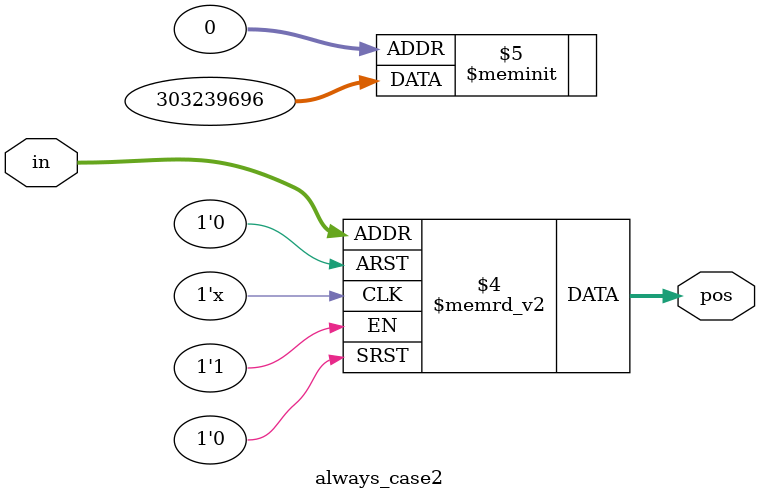
<source format=v>
module always_case2(
	input [3:0] in,
	output reg [1:0] pos  
);
	// priority encoder using case
	// case order is important
	// since we are checking from LSB to MSB
	// default case unnecessary since all cases covered
	always @(*) begin
		case (in)
			4'h0 : pos = 2'h0;
			4'h1 : pos = 2'h0;
			4'h2 : pos = 2'h1;
			4'h3 : pos = 2'h0;
			4'h4 : pos = 2'h2;
			4'h5 : pos = 2'h0;
			4'h6 : pos = 2'h1;
			4'h7 : pos = 2'h0;
			4'h8 : pos = 2'h3;
			4'h9 : pos = 2'h0;
			4'ha : pos = 2'h1;
			4'hb : pos = 2'h0;
			4'hc : pos = 2'h2;
			4'hd : pos = 2'h0;
			4'he : pos = 2'h1;
			4'hf : pos = 2'h0;
		endcase
	end

endmodule

</source>
